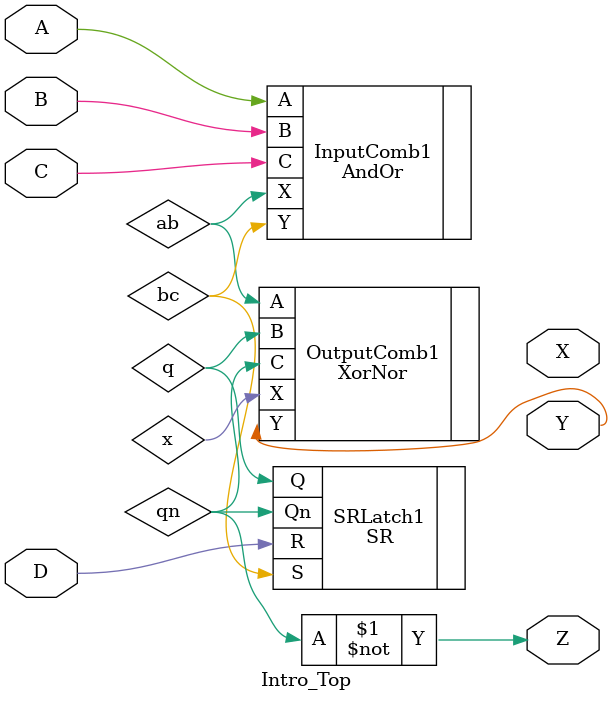
<source format=v>
module Intro_Top(
	output X, Y, Z,
	input A, B, C, D
	);

wire ab, bc, q, qn;

assign #1 Z = ~qn;

AndOr InputComb1(
	.X(ab),
	.Y(bc),
	.A(A),
	.B(B),
	.C(C)
	);

SR SRLatch1(
	.Q(q),
	.Qn(qn),
	.S(bc),
	.R(D)
	);

XorNor OutputComb1(
	.X(x),
	.Y(Y),
	.A(ab),
	.B(q),
	.C(qn)
	);

endmodule
</source>
